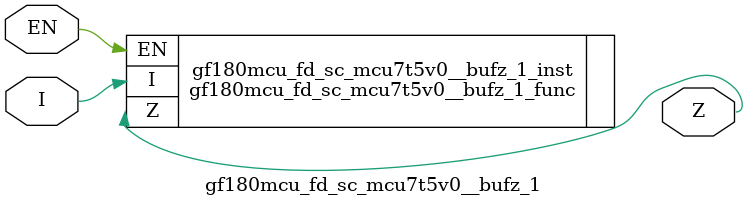
<source format=v>

module gf180mcu_fd_sc_mcu7t5v0__bufz_1( EN, I, Z );
input EN, I;
output Z;

   `ifdef FUNCTIONAL  //  functional //

	gf180mcu_fd_sc_mcu7t5v0__bufz_1_func gf180mcu_fd_sc_mcu7t5v0__bufz_1_behav_inst(.EN(EN),.I(I),.Z(Z));

   `else

	gf180mcu_fd_sc_mcu7t5v0__bufz_1_func gf180mcu_fd_sc_mcu7t5v0__bufz_1_inst(.EN(EN),.I(I),.Z(Z));

	// spec_gates_begin


	// spec_gates_end



   specify

	// specify_block_begin

	// comb arc EN --> Z
	 (EN => Z) = (1.0,1.0);

	// comb arc I --> Z
	 (I => Z) = (1.0,1.0);

	// specify_block_end

   endspecify

   `endif

endmodule

</source>
